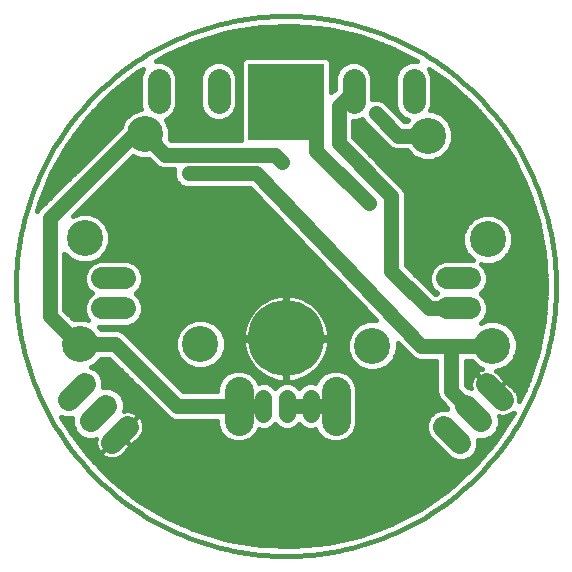
<source format=gtl>
G75*
%MOIN*%
%OFA0B0*%
%FSLAX25Y25*%
%IPPOS*%
%LPD*%
%AMOC8*
5,1,8,0,0,1.08239X$1,22.5*
%
%ADD10C,0.01600*%
%ADD11C,0.07400*%
%ADD12C,0.12000*%
%ADD13C,0.07600*%
%ADD14R,0.25400X0.25400*%
%ADD15C,0.25400*%
%ADD16C,0.09744*%
%ADD17C,0.05543*%
%ADD18C,0.05000*%
%ADD19OC8,0.03562*%
%ADD20OC8,0.09000*%
%ADD21R,0.03562X0.03562*%
D10*
X0033496Y0032614D02*
X0155192Y0032614D01*
X0156661Y0033949D02*
X0148427Y0026471D01*
X0139305Y0020107D01*
X0129444Y0014963D01*
X0119005Y0011121D01*
X0108162Y0008646D01*
X0097090Y0007578D01*
X0085974Y0007935D01*
X0074994Y0009710D01*
X0064331Y0012875D01*
X0054160Y0017377D01*
X0044649Y0023143D01*
X0035953Y0030078D01*
X0028215Y0038068D01*
X0021562Y0046981D01*
X0019406Y0050811D01*
X0020908Y0050189D01*
X0023092Y0050189D01*
X0023092Y0048004D01*
X0024021Y0045762D01*
X0025737Y0044046D01*
X0027979Y0043117D01*
X0030405Y0043117D01*
X0030879Y0043314D01*
X0030763Y0042579D01*
X0030763Y0041714D01*
X0030899Y0040858D01*
X0031166Y0040035D01*
X0031559Y0039264D01*
X0032068Y0038563D01*
X0032374Y0038257D01*
X0032680Y0037951D01*
X0033380Y0037442D01*
X0034152Y0037049D01*
X0034975Y0036782D01*
X0035830Y0036646D01*
X0036696Y0036646D01*
X0037551Y0036782D01*
X0038374Y0037049D01*
X0039146Y0037442D01*
X0039846Y0037951D01*
X0042768Y0040874D01*
X0038879Y0044763D01*
X0038879Y0044763D01*
X0032374Y0038257D01*
X0038879Y0044763D01*
X0045385Y0051268D01*
X0038880Y0044763D01*
X0038879Y0044763D01*
X0038880Y0044763D01*
X0042769Y0040874D01*
X0045691Y0043796D01*
X0046200Y0044496D01*
X0046593Y0045268D01*
X0046860Y0046091D01*
X0046996Y0046946D01*
X0046996Y0047812D01*
X0046860Y0048667D01*
X0046593Y0049490D01*
X0046200Y0050262D01*
X0045691Y0050962D01*
X0045385Y0051268D01*
X0045079Y0051574D01*
X0044378Y0052083D01*
X0043607Y0052476D01*
X0042784Y0052744D01*
X0041929Y0052879D01*
X0041063Y0052879D01*
X0040328Y0052763D01*
X0040525Y0053237D01*
X0040525Y0055663D01*
X0039596Y0057905D01*
X0037880Y0059621D01*
X0035638Y0060550D01*
X0033454Y0060550D01*
X0033454Y0062734D01*
X0032525Y0064976D01*
X0030809Y0066692D01*
X0029287Y0067323D01*
X0030529Y0067837D01*
X0032750Y0070058D01*
X0035404Y0070058D01*
X0053904Y0051558D01*
X0055283Y0050180D01*
X0057084Y0049434D01*
X0071253Y0049434D01*
X0071253Y0048015D01*
X0072360Y0045342D01*
X0074406Y0043297D01*
X0077078Y0042190D01*
X0079971Y0042190D01*
X0082644Y0043297D01*
X0084690Y0045342D01*
X0085218Y0046617D01*
X0085764Y0046390D01*
X0087821Y0046390D01*
X0089722Y0047178D01*
X0090730Y0048185D01*
X0091737Y0047178D01*
X0093638Y0046390D01*
X0095695Y0046390D01*
X0097596Y0047178D01*
X0098604Y0048185D01*
X0099611Y0047178D01*
X0101512Y0046390D01*
X0103569Y0046390D01*
X0104116Y0046617D01*
X0104643Y0045342D01*
X0106689Y0043297D01*
X0109362Y0042190D01*
X0112255Y0042190D01*
X0114928Y0043297D01*
X0116973Y0045342D01*
X0118080Y0048015D01*
X0118080Y0060652D01*
X0116973Y0063325D01*
X0114928Y0065371D01*
X0112255Y0066478D01*
X0109362Y0066478D01*
X0106689Y0065371D01*
X0104643Y0063325D01*
X0104116Y0062051D01*
X0103569Y0062277D01*
X0101512Y0062277D01*
X0099611Y0061490D01*
X0098604Y0060482D01*
X0097596Y0061490D01*
X0095695Y0062277D01*
X0093638Y0062277D01*
X0091737Y0061490D01*
X0090730Y0060482D01*
X0089722Y0061490D01*
X0087821Y0062277D01*
X0085764Y0062277D01*
X0085218Y0062051D01*
X0084690Y0063325D01*
X0082644Y0065371D01*
X0079971Y0066478D01*
X0077078Y0066478D01*
X0074406Y0065371D01*
X0072360Y0063325D01*
X0071253Y0060652D01*
X0071253Y0059234D01*
X0060088Y0059234D01*
X0041588Y0077734D01*
X0040210Y0079112D01*
X0038409Y0079858D01*
X0032750Y0079858D01*
X0031859Y0080748D01*
X0031895Y0080734D01*
X0041722Y0080734D01*
X0043964Y0081662D01*
X0045680Y0083378D01*
X0046608Y0085620D01*
X0046608Y0088047D01*
X0045680Y0090289D01*
X0044135Y0091834D01*
X0045680Y0093378D01*
X0046608Y0095620D01*
X0046608Y0098047D01*
X0045680Y0100289D01*
X0043964Y0102005D01*
X0041722Y0102934D01*
X0031895Y0102934D01*
X0029653Y0102005D01*
X0027937Y0100289D01*
X0027008Y0098047D01*
X0027008Y0095620D01*
X0027937Y0093378D01*
X0029482Y0091834D01*
X0027937Y0090289D01*
X0027008Y0088047D01*
X0027008Y0085620D01*
X0027937Y0083378D01*
X0028322Y0082993D01*
X0027441Y0083358D01*
X0024100Y0083358D01*
X0023650Y0083172D01*
X0020458Y0086363D01*
X0020458Y0105156D01*
X0022479Y0103135D01*
X0025566Y0101856D01*
X0028908Y0101856D01*
X0031995Y0103135D01*
X0034358Y0105498D01*
X0035637Y0108585D01*
X0035637Y0111927D01*
X0034358Y0115014D01*
X0031995Y0117377D01*
X0028908Y0118656D01*
X0025566Y0118656D01*
X0023422Y0117768D01*
X0043152Y0137497D01*
X0045566Y0136497D01*
X0048708Y0136497D01*
X0049897Y0135308D01*
X0051275Y0133930D01*
X0053076Y0133184D01*
X0057064Y0133184D01*
X0056908Y0132808D01*
X0056908Y0130859D01*
X0057654Y0129058D01*
X0059033Y0127680D01*
X0060834Y0126934D01*
X0082215Y0126934D01*
X0124391Y0082841D01*
X0121418Y0082841D01*
X0118331Y0081562D01*
X0115968Y0079199D01*
X0114689Y0076111D01*
X0114689Y0072770D01*
X0115968Y0069682D01*
X0118331Y0067319D01*
X0121418Y0066041D01*
X0124760Y0066041D01*
X0127847Y0067319D01*
X0130210Y0069682D01*
X0131489Y0072770D01*
X0131489Y0075420D01*
X0135133Y0071610D01*
X0135154Y0071558D01*
X0135805Y0070907D01*
X0136441Y0070242D01*
X0136493Y0070220D01*
X0136533Y0070180D01*
X0137383Y0069828D01*
X0138225Y0069457D01*
X0138281Y0069455D01*
X0138334Y0069434D01*
X0139254Y0069434D01*
X0140174Y0069413D01*
X0140227Y0069434D01*
X0144408Y0069434D01*
X0144408Y0058359D01*
X0145154Y0056558D01*
X0146533Y0055180D01*
X0148092Y0053620D01*
X0148092Y0053479D01*
X0145908Y0053479D01*
X0143666Y0052550D01*
X0141950Y0050834D01*
X0141021Y0048592D01*
X0141021Y0046166D01*
X0141950Y0043924D01*
X0148898Y0036975D01*
X0151140Y0036046D01*
X0153567Y0036046D01*
X0155809Y0036975D01*
X0157525Y0038691D01*
X0158454Y0040933D01*
X0158454Y0043117D01*
X0160638Y0043117D01*
X0162880Y0044046D01*
X0164596Y0045762D01*
X0165525Y0048004D01*
X0165525Y0050431D01*
X0165328Y0050905D01*
X0166063Y0050789D01*
X0166929Y0050789D01*
X0167784Y0050924D01*
X0168607Y0051191D01*
X0169378Y0051585D01*
X0170079Y0052093D01*
X0170138Y0052152D01*
X0169939Y0051739D01*
X0163871Y0042418D01*
X0156661Y0033949D01*
X0156886Y0034213D02*
X0031948Y0034213D01*
X0030400Y0035811D02*
X0158247Y0035811D01*
X0159608Y0037410D02*
X0156244Y0037410D01*
X0157656Y0039008D02*
X0160969Y0039008D01*
X0162329Y0040607D02*
X0158318Y0040607D01*
X0158454Y0042205D02*
X0163690Y0042205D01*
X0164773Y0043804D02*
X0162295Y0043804D01*
X0164236Y0045403D02*
X0165814Y0045403D01*
X0165109Y0047001D02*
X0166854Y0047001D01*
X0167895Y0048600D02*
X0165525Y0048600D01*
X0165525Y0050198D02*
X0168935Y0050198D01*
X0169670Y0051797D02*
X0169966Y0051797D01*
X0171996Y0056011D02*
X0171996Y0056721D01*
X0171860Y0057576D01*
X0171593Y0058400D01*
X0171200Y0059171D01*
X0170691Y0059872D01*
X0167768Y0062794D01*
X0164846Y0065716D01*
X0164400Y0066041D01*
X0164760Y0066041D01*
X0167847Y0067319D01*
X0170210Y0069682D01*
X0171489Y0072770D01*
X0171489Y0076111D01*
X0170210Y0079199D01*
X0167847Y0081562D01*
X0164760Y0082841D01*
X0161418Y0082841D01*
X0159239Y0081938D01*
X0160680Y0083378D01*
X0161608Y0085620D01*
X0161608Y0088047D01*
X0160680Y0090289D01*
X0159135Y0091834D01*
X0160680Y0093378D01*
X0161608Y0095620D01*
X0161608Y0098047D01*
X0160680Y0100289D01*
X0159302Y0101667D01*
X0159847Y0101441D01*
X0163189Y0101441D01*
X0166276Y0102720D01*
X0168639Y0105083D01*
X0169918Y0108170D01*
X0169918Y0111512D01*
X0168639Y0114599D01*
X0166276Y0116962D01*
X0163189Y0118241D01*
X0159847Y0118241D01*
X0156760Y0116962D01*
X0154397Y0114599D01*
X0153118Y0111512D01*
X0153118Y0108170D01*
X0154397Y0105083D01*
X0156546Y0102934D01*
X0146895Y0102934D01*
X0144653Y0102005D01*
X0142937Y0100289D01*
X0142008Y0098047D01*
X0142008Y0095620D01*
X0142937Y0093378D01*
X0144482Y0091834D01*
X0144382Y0091734D01*
X0143838Y0091734D01*
X0134208Y0101363D01*
X0134208Y0125308D01*
X0133462Y0127109D01*
X0116708Y0143863D01*
X0116708Y0149334D01*
X0118042Y0149334D01*
X0119747Y0150040D01*
X0120154Y0149058D01*
X0128884Y0140328D01*
X0130685Y0139582D01*
X0132635Y0139582D01*
X0134539Y0139582D01*
X0136760Y0137361D01*
X0139847Y0136082D01*
X0143189Y0136082D01*
X0146276Y0137361D01*
X0148639Y0139724D01*
X0149918Y0142811D01*
X0149918Y0146153D01*
X0148639Y0149240D01*
X0146276Y0151603D01*
X0143189Y0152882D01*
X0142421Y0152882D01*
X0143008Y0154301D01*
X0143008Y0164367D01*
X0142071Y0166631D01*
X0148427Y0162197D01*
X0156661Y0154719D01*
X0163871Y0146250D01*
X0169939Y0136928D01*
X0174765Y0126907D01*
X0178270Y0116351D01*
X0180396Y0105434D01*
X0181108Y0094334D01*
X0180396Y0083234D01*
X0180396Y0083234D01*
X0178270Y0072317D01*
X0174765Y0061761D01*
X0171996Y0056011D01*
X0171996Y0056592D02*
X0172276Y0056592D01*
X0171661Y0058191D02*
X0173045Y0058191D01*
X0173815Y0059789D02*
X0170751Y0059789D01*
X0169175Y0061388D02*
X0174585Y0061388D01*
X0175172Y0062986D02*
X0167576Y0062986D01*
X0167768Y0062794D02*
X0163879Y0058905D01*
X0157374Y0065410D01*
X0157068Y0065104D01*
X0156559Y0064404D01*
X0156166Y0063632D01*
X0155899Y0062809D01*
X0155763Y0061954D01*
X0155763Y0061088D01*
X0155879Y0060354D01*
X0155405Y0060550D01*
X0155022Y0060550D01*
X0154208Y0061363D01*
X0154208Y0069434D01*
X0156216Y0069434D01*
X0158331Y0067319D01*
X0159640Y0066777D01*
X0159152Y0066618D01*
X0158380Y0066225D01*
X0157680Y0065716D01*
X0157374Y0065410D01*
X0163879Y0058905D01*
X0163879Y0058905D01*
X0163880Y0058905D01*
X0167768Y0062794D01*
X0166362Y0061388D02*
X0166362Y0061388D01*
X0164764Y0059789D02*
X0164764Y0059789D01*
X0162995Y0059789D02*
X0162995Y0059789D01*
X0161397Y0061388D02*
X0161396Y0061388D01*
X0159798Y0062986D02*
X0159798Y0062986D01*
X0158200Y0064585D02*
X0158199Y0064585D01*
X0156691Y0064585D02*
X0154208Y0064585D01*
X0154208Y0066183D02*
X0158323Y0066183D01*
X0157868Y0067782D02*
X0154208Y0067782D01*
X0154208Y0069380D02*
X0156270Y0069380D01*
X0155956Y0062986D02*
X0154208Y0062986D01*
X0154208Y0061388D02*
X0155763Y0061388D01*
X0165104Y0066183D02*
X0176233Y0066183D01*
X0175702Y0064585D02*
X0165978Y0064585D01*
X0168309Y0067782D02*
X0176764Y0067782D01*
X0177295Y0069380D02*
X0169908Y0069380D01*
X0170747Y0070979D02*
X0177825Y0070979D01*
X0178320Y0072577D02*
X0171409Y0072577D01*
X0171489Y0074176D02*
X0178632Y0074176D01*
X0178943Y0075774D02*
X0171489Y0075774D01*
X0170966Y0077373D02*
X0179254Y0077373D01*
X0179566Y0078971D02*
X0170304Y0078971D01*
X0168839Y0080570D02*
X0179877Y0080570D01*
X0180188Y0082168D02*
X0166383Y0082168D01*
X0160841Y0083767D02*
X0180430Y0083767D01*
X0180533Y0085365D02*
X0161503Y0085365D01*
X0161608Y0086964D02*
X0180635Y0086964D01*
X0180738Y0088562D02*
X0161395Y0088562D01*
X0160733Y0090161D02*
X0180840Y0090161D01*
X0180943Y0091759D02*
X0159209Y0091759D01*
X0160659Y0093358D02*
X0181046Y0093358D01*
X0181068Y0094956D02*
X0161333Y0094956D01*
X0161608Y0096555D02*
X0180966Y0096555D01*
X0180863Y0098153D02*
X0161564Y0098153D01*
X0160902Y0099752D02*
X0180760Y0099752D01*
X0180658Y0101350D02*
X0159618Y0101350D01*
X0156531Y0102949D02*
X0134208Y0102949D01*
X0134208Y0104547D02*
X0154932Y0104547D01*
X0153957Y0106146D02*
X0134208Y0106146D01*
X0134208Y0107744D02*
X0153294Y0107744D01*
X0153118Y0109343D02*
X0134208Y0109343D01*
X0134208Y0110941D02*
X0153118Y0110941D01*
X0153544Y0112540D02*
X0134208Y0112540D01*
X0134208Y0114138D02*
X0154206Y0114138D01*
X0155535Y0115737D02*
X0134208Y0115737D01*
X0134208Y0117336D02*
X0157661Y0117336D01*
X0165375Y0117336D02*
X0177943Y0117336D01*
X0178389Y0115737D02*
X0167501Y0115737D01*
X0168830Y0114138D02*
X0178700Y0114138D01*
X0179012Y0112540D02*
X0169492Y0112540D01*
X0169918Y0110941D02*
X0179323Y0110941D01*
X0179634Y0109343D02*
X0169918Y0109343D01*
X0169742Y0107744D02*
X0179946Y0107744D01*
X0180257Y0106146D02*
X0169080Y0106146D01*
X0168104Y0104547D02*
X0180453Y0104547D01*
X0180555Y0102949D02*
X0166505Y0102949D01*
X0177412Y0118934D02*
X0134208Y0118934D01*
X0134208Y0120533D02*
X0176881Y0120533D01*
X0176350Y0122131D02*
X0134208Y0122131D01*
X0134208Y0123730D02*
X0175820Y0123730D01*
X0175289Y0125328D02*
X0134200Y0125328D01*
X0133538Y0126927D02*
X0174755Y0126927D01*
X0173985Y0128525D02*
X0132047Y0128525D01*
X0130448Y0130124D02*
X0173216Y0130124D01*
X0172446Y0131722D02*
X0128850Y0131722D01*
X0127251Y0133321D02*
X0171676Y0133321D01*
X0170906Y0134919D02*
X0125653Y0134919D01*
X0124054Y0136518D02*
X0138795Y0136518D01*
X0136005Y0138116D02*
X0122456Y0138116D01*
X0120857Y0139715D02*
X0130365Y0139715D01*
X0127899Y0141313D02*
X0119259Y0141313D01*
X0117660Y0142912D02*
X0126301Y0142912D01*
X0124702Y0144510D02*
X0116708Y0144510D01*
X0116708Y0146109D02*
X0123104Y0146109D01*
X0121505Y0147707D02*
X0116708Y0147707D01*
X0116708Y0149306D02*
X0120052Y0149306D01*
X0123008Y0156599D02*
X0123008Y0164367D01*
X0122064Y0166646D01*
X0120320Y0168390D01*
X0118042Y0169334D01*
X0115575Y0169334D01*
X0113296Y0168390D01*
X0111552Y0166646D01*
X0110608Y0164367D01*
X0110608Y0160063D01*
X0109408Y0158863D01*
X0109408Y0168751D01*
X0109043Y0169633D01*
X0108368Y0170309D01*
X0107486Y0170674D01*
X0081131Y0170674D01*
X0080249Y0170309D01*
X0079574Y0169633D01*
X0079208Y0168751D01*
X0079208Y0142984D01*
X0056080Y0142984D01*
X0055637Y0143427D01*
X0055637Y0146568D01*
X0054358Y0149655D01*
X0054200Y0149814D01*
X0055320Y0150278D01*
X0057064Y0152022D01*
X0058008Y0154301D01*
X0058008Y0164367D01*
X0057064Y0166646D01*
X0055320Y0168390D01*
X0053042Y0169334D01*
X0050932Y0169334D01*
X0054160Y0171291D01*
X0064331Y0175793D01*
X0074994Y0178958D01*
X0085974Y0180733D01*
X0097090Y0181089D01*
X0108162Y0180021D01*
X0119005Y0177546D01*
X0129444Y0173705D01*
X0137822Y0169334D01*
X0135575Y0169334D01*
X0133296Y0168390D01*
X0131552Y0166646D01*
X0130608Y0164367D01*
X0130608Y0154301D01*
X0131552Y0152022D01*
X0133296Y0150278D01*
X0134808Y0149651D01*
X0134539Y0149382D01*
X0133690Y0149382D01*
X0127084Y0155988D01*
X0125283Y0156734D01*
X0123334Y0156734D01*
X0123008Y0156599D01*
X0123008Y0157298D02*
X0130608Y0157298D01*
X0130608Y0155700D02*
X0127372Y0155700D01*
X0128970Y0154101D02*
X0130691Y0154101D01*
X0130569Y0152503D02*
X0131353Y0152503D01*
X0132167Y0150904D02*
X0132670Y0150904D01*
X0130608Y0158897D02*
X0123008Y0158897D01*
X0123008Y0160495D02*
X0130608Y0160495D01*
X0130608Y0162094D02*
X0123008Y0162094D01*
X0123008Y0163692D02*
X0130608Y0163692D01*
X0130991Y0165291D02*
X0122626Y0165291D01*
X0121821Y0166889D02*
X0131796Y0166889D01*
X0133533Y0168488D02*
X0120084Y0168488D01*
X0113533Y0168488D02*
X0109408Y0168488D01*
X0109408Y0166889D02*
X0111796Y0166889D01*
X0110991Y0165291D02*
X0109408Y0165291D01*
X0109408Y0163692D02*
X0110608Y0163692D01*
X0110608Y0162094D02*
X0109408Y0162094D01*
X0109408Y0160495D02*
X0110608Y0160495D01*
X0109442Y0158897D02*
X0109408Y0158897D01*
X0108590Y0170086D02*
X0136379Y0170086D01*
X0133315Y0171685D02*
X0055051Y0171685D01*
X0055084Y0168488D02*
X0068533Y0168488D01*
X0068296Y0168390D02*
X0066552Y0166646D01*
X0065608Y0164367D01*
X0065608Y0154301D01*
X0066552Y0152022D01*
X0068296Y0150278D01*
X0070575Y0149334D01*
X0073042Y0149334D01*
X0075320Y0150278D01*
X0077064Y0152022D01*
X0078008Y0154301D01*
X0078008Y0164367D01*
X0077064Y0166646D01*
X0075320Y0168390D01*
X0073042Y0169334D01*
X0070575Y0169334D01*
X0068296Y0168390D01*
X0066796Y0166889D02*
X0056821Y0166889D01*
X0057626Y0165291D02*
X0065991Y0165291D01*
X0065608Y0163692D02*
X0058008Y0163692D01*
X0058008Y0162094D02*
X0065608Y0162094D01*
X0065608Y0160495D02*
X0058008Y0160495D01*
X0058008Y0158897D02*
X0065608Y0158897D01*
X0065608Y0157298D02*
X0058008Y0157298D01*
X0058008Y0155700D02*
X0065608Y0155700D01*
X0065691Y0154101D02*
X0057926Y0154101D01*
X0057264Y0152503D02*
X0066353Y0152503D01*
X0067670Y0150904D02*
X0055947Y0150904D01*
X0054503Y0149306D02*
X0079208Y0149306D01*
X0079208Y0150904D02*
X0075947Y0150904D01*
X0077264Y0152503D02*
X0079208Y0152503D01*
X0079208Y0154101D02*
X0077926Y0154101D01*
X0078008Y0155700D02*
X0079208Y0155700D01*
X0079208Y0157298D02*
X0078008Y0157298D01*
X0078008Y0158897D02*
X0079208Y0158897D01*
X0079208Y0160495D02*
X0078008Y0160495D01*
X0078008Y0162094D02*
X0079208Y0162094D01*
X0079208Y0163692D02*
X0078008Y0163692D01*
X0077626Y0165291D02*
X0079208Y0165291D01*
X0079208Y0166889D02*
X0076821Y0166889D01*
X0075084Y0168488D02*
X0079208Y0168488D01*
X0080027Y0170086D02*
X0052174Y0170086D01*
X0046636Y0166729D02*
X0046552Y0166646D01*
X0045608Y0164367D01*
X0045608Y0154301D01*
X0046024Y0153297D01*
X0045566Y0153297D01*
X0042479Y0152018D01*
X0040116Y0149655D01*
X0039173Y0147378D01*
X0011404Y0119609D01*
X0011354Y0119489D01*
X0011930Y0121685D01*
X0016104Y0131995D01*
X0021562Y0141686D01*
X0028215Y0150600D01*
X0035953Y0158590D01*
X0044649Y0165525D01*
X0046636Y0166729D01*
X0045991Y0165291D02*
X0044355Y0165291D01*
X0045608Y0163692D02*
X0042351Y0163692D01*
X0040346Y0162094D02*
X0045608Y0162094D01*
X0045608Y0160495D02*
X0038342Y0160495D01*
X0036337Y0158897D02*
X0045608Y0158897D01*
X0045608Y0157298D02*
X0034702Y0157298D01*
X0033154Y0155700D02*
X0045608Y0155700D01*
X0045691Y0154101D02*
X0031606Y0154101D01*
X0030058Y0152503D02*
X0043649Y0152503D01*
X0041365Y0150904D02*
X0028509Y0150904D01*
X0027249Y0149306D02*
X0039971Y0149306D01*
X0039309Y0147707D02*
X0026056Y0147707D01*
X0024863Y0146109D02*
X0037904Y0146109D01*
X0036305Y0144510D02*
X0023670Y0144510D01*
X0022477Y0142912D02*
X0034707Y0142912D01*
X0033108Y0141313D02*
X0021352Y0141313D01*
X0020452Y0139715D02*
X0031510Y0139715D01*
X0029911Y0138116D02*
X0019552Y0138116D01*
X0018651Y0136518D02*
X0028313Y0136518D01*
X0026714Y0134919D02*
X0017751Y0134919D01*
X0016851Y0133321D02*
X0025116Y0133321D01*
X0023517Y0131722D02*
X0015994Y0131722D01*
X0015347Y0130124D02*
X0021919Y0130124D01*
X0020320Y0128525D02*
X0014699Y0128525D01*
X0014052Y0126927D02*
X0018722Y0126927D01*
X0017123Y0125328D02*
X0013405Y0125328D01*
X0012758Y0123730D02*
X0015524Y0123730D01*
X0013926Y0122131D02*
X0012111Y0122131D01*
X0012327Y0120533D02*
X0011628Y0120533D01*
X0024588Y0118934D02*
X0089867Y0118934D01*
X0091396Y0117336D02*
X0032037Y0117336D01*
X0033636Y0115737D02*
X0092925Y0115737D01*
X0094454Y0114138D02*
X0034721Y0114138D01*
X0035383Y0112540D02*
X0095983Y0112540D01*
X0097512Y0110941D02*
X0035637Y0110941D01*
X0035637Y0109343D02*
X0099041Y0109343D01*
X0100570Y0107744D02*
X0035289Y0107744D01*
X0034627Y0106146D02*
X0102099Y0106146D01*
X0103628Y0104547D02*
X0033408Y0104547D01*
X0031546Y0102949D02*
X0105157Y0102949D01*
X0106686Y0101350D02*
X0044618Y0101350D01*
X0045902Y0099752D02*
X0108215Y0099752D01*
X0109744Y0098153D02*
X0046564Y0098153D01*
X0046608Y0096555D02*
X0111273Y0096555D01*
X0112802Y0094956D02*
X0046333Y0094956D01*
X0045659Y0093358D02*
X0114331Y0093358D01*
X0115860Y0091759D02*
X0044209Y0091759D01*
X0045733Y0090161D02*
X0088592Y0090161D01*
X0088101Y0089957D02*
X0086845Y0089286D01*
X0085660Y0088494D01*
X0084559Y0087591D01*
X0083552Y0086583D01*
X0082648Y0085482D01*
X0081856Y0084297D01*
X0081185Y0083041D01*
X0080639Y0081725D01*
X0080226Y0080361D01*
X0079948Y0078964D01*
X0079808Y0077546D01*
X0079808Y0077313D01*
X0093829Y0077313D01*
X0093829Y0076354D01*
X0094788Y0076354D01*
X0094788Y0062334D01*
X0095021Y0062334D01*
X0096438Y0062473D01*
X0097836Y0062751D01*
X0099199Y0063165D01*
X0100515Y0063710D01*
X0101772Y0064382D01*
X0102956Y0065173D01*
X0104058Y0066077D01*
X0105065Y0067084D01*
X0105969Y0068186D01*
X0106760Y0069370D01*
X0107432Y0070627D01*
X0107977Y0071943D01*
X0108391Y0073306D01*
X0108669Y0074704D01*
X0108808Y0076121D01*
X0108808Y0076354D01*
X0094788Y0076354D01*
X0094788Y0077313D01*
X0108808Y0077313D01*
X0108808Y0077546D01*
X0108669Y0078964D01*
X0108391Y0080361D01*
X0107977Y0081725D01*
X0107432Y0083041D01*
X0106760Y0084297D01*
X0105969Y0085482D01*
X0105065Y0086583D01*
X0104058Y0087591D01*
X0102956Y0088494D01*
X0101772Y0089286D01*
X0100515Y0089957D01*
X0099199Y0090503D01*
X0097836Y0090916D01*
X0096438Y0091194D01*
X0095021Y0091334D01*
X0094788Y0091334D01*
X0094788Y0077313D01*
X0093829Y0077313D01*
X0093829Y0091334D01*
X0093596Y0091334D01*
X0092178Y0091194D01*
X0090781Y0090916D01*
X0089418Y0090503D01*
X0088101Y0089957D01*
X0085762Y0088562D02*
X0046395Y0088562D01*
X0046608Y0086964D02*
X0083932Y0086964D01*
X0082570Y0085365D02*
X0046503Y0085365D01*
X0045841Y0083767D02*
X0081573Y0083767D01*
X0080823Y0082168D02*
X0070314Y0082168D01*
X0070529Y0082079D02*
X0067441Y0083358D01*
X0064100Y0083358D01*
X0061012Y0082079D01*
X0058649Y0079716D01*
X0057370Y0076629D01*
X0057370Y0073287D01*
X0058649Y0070200D01*
X0061012Y0067837D01*
X0064100Y0066558D01*
X0067441Y0066558D01*
X0070529Y0067837D01*
X0072892Y0070200D01*
X0074170Y0073287D01*
X0074170Y0076629D01*
X0072892Y0079716D01*
X0070529Y0082079D01*
X0072038Y0080570D02*
X0080289Y0080570D01*
X0079949Y0078971D02*
X0073200Y0078971D01*
X0073862Y0077373D02*
X0079808Y0077373D01*
X0079808Y0076354D02*
X0079808Y0076121D01*
X0079948Y0074704D01*
X0080226Y0073306D01*
X0080639Y0071943D01*
X0081185Y0070627D01*
X0081856Y0069370D01*
X0082648Y0068186D01*
X0083552Y0067084D01*
X0084559Y0066077D01*
X0085660Y0065173D01*
X0086845Y0064382D01*
X0088101Y0063710D01*
X0089418Y0063165D01*
X0090781Y0062751D01*
X0092178Y0062473D01*
X0093596Y0062334D01*
X0093829Y0062334D01*
X0093829Y0076354D01*
X0079808Y0076354D01*
X0079843Y0075774D02*
X0074170Y0075774D01*
X0074170Y0074176D02*
X0080053Y0074176D01*
X0080447Y0072577D02*
X0073876Y0072577D01*
X0073214Y0070979D02*
X0081039Y0070979D01*
X0081851Y0069380D02*
X0072072Y0069380D01*
X0070395Y0067782D02*
X0082979Y0067782D01*
X0084453Y0066183D02*
X0080683Y0066183D01*
X0083430Y0064585D02*
X0086541Y0064585D01*
X0084830Y0062986D02*
X0090007Y0062986D01*
X0089824Y0061388D02*
X0091635Y0061388D01*
X0093829Y0062986D02*
X0094788Y0062986D01*
X0094788Y0064585D02*
X0093829Y0064585D01*
X0093829Y0066183D02*
X0094788Y0066183D01*
X0094788Y0067782D02*
X0093829Y0067782D01*
X0093829Y0069380D02*
X0094788Y0069380D01*
X0094788Y0070979D02*
X0093829Y0070979D01*
X0093829Y0072577D02*
X0094788Y0072577D01*
X0094788Y0074176D02*
X0093829Y0074176D01*
X0093829Y0075774D02*
X0094788Y0075774D01*
X0094788Y0077373D02*
X0093829Y0077373D01*
X0093829Y0078971D02*
X0094788Y0078971D01*
X0094788Y0080570D02*
X0093829Y0080570D01*
X0093829Y0082168D02*
X0094788Y0082168D01*
X0094788Y0083767D02*
X0093829Y0083767D01*
X0093829Y0085365D02*
X0094788Y0085365D01*
X0094788Y0086964D02*
X0093829Y0086964D01*
X0093829Y0088562D02*
X0094788Y0088562D01*
X0094788Y0090161D02*
X0093829Y0090161D01*
X0004308Y0094334D02*
X0004335Y0096543D01*
X0004416Y0098750D01*
X0004552Y0100955D01*
X0004741Y0103156D01*
X0004985Y0105351D01*
X0005282Y0107540D01*
X0005633Y0109721D01*
X0006037Y0111892D01*
X0006495Y0114053D01*
X0007005Y0116202D01*
X0007568Y0118338D01*
X0008183Y0120460D01*
X0008850Y0122565D01*
X0009569Y0124654D01*
X0010339Y0126725D01*
X0011159Y0128776D01*
X0012029Y0130806D01*
X0012949Y0132814D01*
X0013918Y0134799D01*
X0014935Y0136760D01*
X0016000Y0138695D01*
X0017112Y0140603D01*
X0018271Y0142484D01*
X0019476Y0144335D01*
X0020725Y0146157D01*
X0022019Y0147947D01*
X0023357Y0149705D01*
X0024737Y0151429D01*
X0026159Y0153120D01*
X0027622Y0154774D01*
X0029126Y0156393D01*
X0030668Y0157974D01*
X0032249Y0159516D01*
X0033868Y0161020D01*
X0035522Y0162483D01*
X0037213Y0163905D01*
X0038937Y0165285D01*
X0040695Y0166623D01*
X0042485Y0167917D01*
X0044307Y0169166D01*
X0046158Y0170371D01*
X0048039Y0171530D01*
X0049947Y0172642D01*
X0051882Y0173707D01*
X0053843Y0174724D01*
X0055828Y0175693D01*
X0057836Y0176613D01*
X0059866Y0177483D01*
X0061917Y0178303D01*
X0063988Y0179073D01*
X0066077Y0179792D01*
X0068182Y0180459D01*
X0070304Y0181074D01*
X0072440Y0181637D01*
X0074589Y0182147D01*
X0076750Y0182605D01*
X0078921Y0183009D01*
X0081102Y0183360D01*
X0083291Y0183657D01*
X0085486Y0183901D01*
X0087687Y0184090D01*
X0089892Y0184226D01*
X0092099Y0184307D01*
X0094308Y0184334D01*
X0096517Y0184307D01*
X0098724Y0184226D01*
X0100929Y0184090D01*
X0103130Y0183901D01*
X0105325Y0183657D01*
X0107514Y0183360D01*
X0109695Y0183009D01*
X0111866Y0182605D01*
X0114027Y0182147D01*
X0116176Y0181637D01*
X0118312Y0181074D01*
X0120434Y0180459D01*
X0122539Y0179792D01*
X0124628Y0179073D01*
X0126699Y0178303D01*
X0128750Y0177483D01*
X0130780Y0176613D01*
X0132788Y0175693D01*
X0134773Y0174724D01*
X0136734Y0173707D01*
X0138669Y0172642D01*
X0140577Y0171530D01*
X0142458Y0170371D01*
X0144309Y0169166D01*
X0146131Y0167917D01*
X0147921Y0166623D01*
X0149679Y0165285D01*
X0151403Y0163905D01*
X0153094Y0162483D01*
X0154748Y0161020D01*
X0156367Y0159516D01*
X0157948Y0157974D01*
X0159490Y0156393D01*
X0160994Y0154774D01*
X0162457Y0153120D01*
X0163879Y0151429D01*
X0165259Y0149705D01*
X0166597Y0147947D01*
X0167891Y0146157D01*
X0169140Y0144335D01*
X0170345Y0142484D01*
X0171504Y0140603D01*
X0172616Y0138695D01*
X0173681Y0136760D01*
X0174698Y0134799D01*
X0175667Y0132814D01*
X0176587Y0130806D01*
X0177457Y0128776D01*
X0178277Y0126725D01*
X0179047Y0124654D01*
X0179766Y0122565D01*
X0180433Y0120460D01*
X0181048Y0118338D01*
X0181611Y0116202D01*
X0182121Y0114053D01*
X0182579Y0111892D01*
X0182983Y0109721D01*
X0183334Y0107540D01*
X0183631Y0105351D01*
X0183875Y0103156D01*
X0184064Y0100955D01*
X0184200Y0098750D01*
X0184281Y0096543D01*
X0184308Y0094334D01*
X0184281Y0092125D01*
X0184200Y0089918D01*
X0184064Y0087713D01*
X0183875Y0085512D01*
X0183631Y0083317D01*
X0183334Y0081128D01*
X0182983Y0078947D01*
X0182579Y0076776D01*
X0182121Y0074615D01*
X0181611Y0072466D01*
X0181048Y0070330D01*
X0180433Y0068208D01*
X0179766Y0066103D01*
X0179047Y0064014D01*
X0178277Y0061943D01*
X0177457Y0059892D01*
X0176587Y0057862D01*
X0175667Y0055854D01*
X0174698Y0053869D01*
X0173681Y0051908D01*
X0172616Y0049973D01*
X0171504Y0048065D01*
X0170345Y0046184D01*
X0169140Y0044333D01*
X0167891Y0042511D01*
X0166597Y0040721D01*
X0165259Y0038963D01*
X0163879Y0037239D01*
X0162457Y0035548D01*
X0160994Y0033894D01*
X0159490Y0032275D01*
X0157948Y0030694D01*
X0156367Y0029152D01*
X0154748Y0027648D01*
X0153094Y0026185D01*
X0151403Y0024763D01*
X0149679Y0023383D01*
X0147921Y0022045D01*
X0146131Y0020751D01*
X0144309Y0019502D01*
X0142458Y0018297D01*
X0140577Y0017138D01*
X0138669Y0016026D01*
X0136734Y0014961D01*
X0134773Y0013944D01*
X0132788Y0012975D01*
X0130780Y0012055D01*
X0128750Y0011185D01*
X0126699Y0010365D01*
X0124628Y0009595D01*
X0122539Y0008876D01*
X0120434Y0008209D01*
X0118312Y0007594D01*
X0116176Y0007031D01*
X0114027Y0006521D01*
X0111866Y0006063D01*
X0109695Y0005659D01*
X0107514Y0005308D01*
X0105325Y0005011D01*
X0103130Y0004767D01*
X0100929Y0004578D01*
X0098724Y0004442D01*
X0096517Y0004361D01*
X0094308Y0004334D01*
X0092099Y0004361D01*
X0089892Y0004442D01*
X0087687Y0004578D01*
X0085486Y0004767D01*
X0083291Y0005011D01*
X0081102Y0005308D01*
X0078921Y0005659D01*
X0076750Y0006063D01*
X0074589Y0006521D01*
X0072440Y0007031D01*
X0070304Y0007594D01*
X0068182Y0008209D01*
X0066077Y0008876D01*
X0063988Y0009595D01*
X0061917Y0010365D01*
X0059866Y0011185D01*
X0057836Y0012055D01*
X0055828Y0012975D01*
X0053843Y0013944D01*
X0051882Y0014961D01*
X0049947Y0016026D01*
X0048039Y0017138D01*
X0046158Y0018297D01*
X0044307Y0019502D01*
X0042485Y0020751D01*
X0040695Y0022045D01*
X0038937Y0023383D01*
X0037213Y0024763D01*
X0035522Y0026185D01*
X0033868Y0027648D01*
X0032249Y0029152D01*
X0030668Y0030694D01*
X0029126Y0032275D01*
X0027622Y0033894D01*
X0026159Y0035548D01*
X0024737Y0037239D01*
X0023357Y0038963D01*
X0022019Y0040721D01*
X0020725Y0042511D01*
X0019476Y0044333D01*
X0018271Y0046184D01*
X0017112Y0048065D01*
X0016000Y0049973D01*
X0014935Y0051908D01*
X0013918Y0053869D01*
X0012949Y0055854D01*
X0012029Y0057862D01*
X0011159Y0059892D01*
X0010339Y0061943D01*
X0009569Y0064014D01*
X0008850Y0066103D01*
X0008183Y0068208D01*
X0007568Y0070330D01*
X0007005Y0072466D01*
X0006495Y0074615D01*
X0006037Y0076776D01*
X0005633Y0078947D01*
X0005282Y0081128D01*
X0004985Y0083317D01*
X0004741Y0085512D01*
X0004552Y0087713D01*
X0004416Y0089918D01*
X0004335Y0092125D01*
X0004308Y0094334D01*
X0020458Y0094956D02*
X0027283Y0094956D01*
X0027008Y0096555D02*
X0020458Y0096555D01*
X0020458Y0098153D02*
X0027052Y0098153D01*
X0027714Y0099752D02*
X0020458Y0099752D01*
X0020458Y0101350D02*
X0028998Y0101350D01*
X0022928Y0102949D02*
X0020458Y0102949D01*
X0020458Y0104547D02*
X0021067Y0104547D01*
X0020458Y0093358D02*
X0027958Y0093358D01*
X0029407Y0091759D02*
X0020458Y0091759D01*
X0020458Y0090161D02*
X0027884Y0090161D01*
X0027222Y0088562D02*
X0020458Y0088562D01*
X0020458Y0086964D02*
X0027008Y0086964D01*
X0027114Y0085365D02*
X0021456Y0085365D01*
X0023055Y0083767D02*
X0027776Y0083767D01*
X0032038Y0080570D02*
X0059503Y0080570D01*
X0058341Y0078971D02*
X0040350Y0078971D01*
X0041588Y0077734D02*
X0041588Y0077734D01*
X0041949Y0077373D02*
X0057679Y0077373D01*
X0057370Y0075774D02*
X0043548Y0075774D01*
X0045146Y0074176D02*
X0057370Y0074176D01*
X0057665Y0072577D02*
X0046745Y0072577D01*
X0048343Y0070979D02*
X0058327Y0070979D01*
X0059469Y0069380D02*
X0049942Y0069380D01*
X0051540Y0067782D02*
X0061146Y0067782D01*
X0056336Y0062986D02*
X0072220Y0062986D01*
X0071557Y0061388D02*
X0057934Y0061388D01*
X0059533Y0059789D02*
X0071253Y0059789D01*
X0073619Y0064585D02*
X0054737Y0064585D01*
X0053139Y0066183D02*
X0076367Y0066183D01*
X0061227Y0082168D02*
X0044470Y0082168D01*
X0036082Y0069380D02*
X0032072Y0069380D01*
X0030395Y0067782D02*
X0037681Y0067782D01*
X0039279Y0066183D02*
X0031318Y0066183D01*
X0032687Y0064585D02*
X0040878Y0064585D01*
X0042476Y0062986D02*
X0033349Y0062986D01*
X0033454Y0061388D02*
X0044075Y0061388D01*
X0045673Y0059789D02*
X0037475Y0059789D01*
X0039311Y0058191D02*
X0047272Y0058191D01*
X0048870Y0056592D02*
X0040140Y0056592D01*
X0040525Y0054994D02*
X0050469Y0054994D01*
X0052067Y0053395D02*
X0040525Y0053395D01*
X0044773Y0051797D02*
X0053666Y0051797D01*
X0055264Y0050198D02*
X0046232Y0050198D01*
X0046871Y0048600D02*
X0071253Y0048600D01*
X0071673Y0047001D02*
X0046996Y0047001D01*
X0046637Y0045403D02*
X0072335Y0045403D01*
X0073898Y0043804D02*
X0045697Y0043804D01*
X0044100Y0042205D02*
X0077040Y0042205D01*
X0080010Y0042205D02*
X0109324Y0042205D01*
X0106182Y0043804D02*
X0083151Y0043804D01*
X0084715Y0045403D02*
X0104618Y0045403D01*
X0100038Y0047001D02*
X0097169Y0047001D01*
X0092164Y0047001D02*
X0089295Y0047001D01*
X0097698Y0061388D02*
X0099509Y0061388D01*
X0098610Y0062986D02*
X0104503Y0062986D01*
X0105903Y0064585D02*
X0102076Y0064585D01*
X0104164Y0066183D02*
X0108650Y0066183D01*
X0105637Y0067782D02*
X0117868Y0067782D01*
X0116270Y0069380D02*
X0106766Y0069380D01*
X0107578Y0070979D02*
X0115431Y0070979D01*
X0114769Y0072577D02*
X0108170Y0072577D01*
X0108564Y0074176D02*
X0114689Y0074176D01*
X0114689Y0075774D02*
X0108774Y0075774D01*
X0108808Y0077373D02*
X0115211Y0077373D01*
X0115873Y0078971D02*
X0108667Y0078971D01*
X0108327Y0080570D02*
X0117339Y0080570D01*
X0119795Y0082168D02*
X0107793Y0082168D01*
X0107044Y0083767D02*
X0123505Y0083767D01*
X0121976Y0085365D02*
X0106047Y0085365D01*
X0104684Y0086964D02*
X0120447Y0086964D01*
X0118918Y0088562D02*
X0102855Y0088562D01*
X0100024Y0090161D02*
X0117389Y0090161D01*
X0131489Y0074176D02*
X0132679Y0074176D01*
X0131409Y0072577D02*
X0134208Y0072577D01*
X0135734Y0070979D02*
X0130747Y0070979D01*
X0129908Y0069380D02*
X0144408Y0069380D01*
X0144408Y0067782D02*
X0128309Y0067782D01*
X0125104Y0066183D02*
X0144408Y0066183D01*
X0144408Y0064585D02*
X0115714Y0064585D01*
X0117114Y0062986D02*
X0144408Y0062986D01*
X0144408Y0061388D02*
X0117776Y0061388D01*
X0118080Y0059789D02*
X0144408Y0059789D01*
X0144478Y0058191D02*
X0118080Y0058191D01*
X0118080Y0056592D02*
X0145140Y0056592D01*
X0146719Y0054994D02*
X0118080Y0054994D01*
X0118080Y0053395D02*
X0145705Y0053395D01*
X0142912Y0051797D02*
X0118080Y0051797D01*
X0118080Y0050198D02*
X0141686Y0050198D01*
X0141024Y0048600D02*
X0118080Y0048600D01*
X0117660Y0047001D02*
X0141021Y0047001D01*
X0141337Y0045403D02*
X0116998Y0045403D01*
X0115435Y0043804D02*
X0142069Y0043804D01*
X0143668Y0042205D02*
X0112293Y0042205D01*
X0112966Y0066183D02*
X0121074Y0066183D01*
X0143812Y0091759D02*
X0144407Y0091759D01*
X0142958Y0093358D02*
X0142214Y0093358D01*
X0142283Y0094956D02*
X0140615Y0094956D01*
X0142008Y0096555D02*
X0139017Y0096555D01*
X0137418Y0098153D02*
X0142052Y0098153D01*
X0142714Y0099752D02*
X0135820Y0099752D01*
X0134221Y0101350D02*
X0143998Y0101350D01*
X0159470Y0082168D02*
X0159795Y0082168D01*
X0145266Y0040607D02*
X0042502Y0040607D01*
X0041437Y0042205D02*
X0041437Y0042205D01*
X0039838Y0043804D02*
X0039838Y0043804D01*
X0039519Y0045403D02*
X0039519Y0045403D01*
X0041118Y0047001D02*
X0041118Y0047001D01*
X0042716Y0048600D02*
X0042716Y0048600D01*
X0044315Y0050198D02*
X0044315Y0050198D01*
X0037921Y0043804D02*
X0037921Y0043804D01*
X0036322Y0042205D02*
X0036322Y0042205D01*
X0034724Y0040607D02*
X0034724Y0040607D01*
X0033125Y0039008D02*
X0033125Y0039008D01*
X0031745Y0039008D02*
X0027513Y0039008D01*
X0026320Y0040607D02*
X0030980Y0040607D01*
X0030763Y0042205D02*
X0025127Y0042205D01*
X0023934Y0043804D02*
X0026321Y0043804D01*
X0024380Y0045403D02*
X0022741Y0045403D01*
X0023508Y0047001D02*
X0021551Y0047001D01*
X0020651Y0048600D02*
X0023092Y0048600D01*
X0020885Y0050198D02*
X0019751Y0050198D01*
X0028852Y0037410D02*
X0033444Y0037410D01*
X0039082Y0037410D02*
X0148463Y0037410D01*
X0146865Y0039008D02*
X0040903Y0039008D01*
X0035044Y0031016D02*
X0153432Y0031016D01*
X0151672Y0029417D02*
X0036781Y0029417D01*
X0038785Y0027819D02*
X0149912Y0027819D01*
X0148068Y0026220D02*
X0040789Y0026220D01*
X0042794Y0024622D02*
X0145777Y0024622D01*
X0143485Y0023023D02*
X0044846Y0023023D01*
X0047483Y0021425D02*
X0141194Y0021425D01*
X0138766Y0019826D02*
X0050119Y0019826D01*
X0052756Y0018228D02*
X0135702Y0018228D01*
X0132638Y0016629D02*
X0055849Y0016629D01*
X0059460Y0015031D02*
X0129574Y0015031D01*
X0125285Y0013432D02*
X0063071Y0013432D01*
X0067838Y0011834D02*
X0120941Y0011834D01*
X0115123Y0010235D02*
X0073224Y0010235D01*
X0081632Y0008637D02*
X0108062Y0008637D01*
X0088338Y0120533D02*
X0026187Y0120533D01*
X0027785Y0122131D02*
X0086809Y0122131D01*
X0085279Y0123730D02*
X0029384Y0123730D01*
X0030982Y0125328D02*
X0083750Y0125328D01*
X0082221Y0126927D02*
X0032581Y0126927D01*
X0034179Y0128525D02*
X0058187Y0128525D01*
X0057213Y0130124D02*
X0035778Y0130124D01*
X0037376Y0131722D02*
X0056908Y0131722D01*
X0052746Y0133321D02*
X0038975Y0133321D01*
X0040573Y0134919D02*
X0050286Y0134919D01*
X0045517Y0136518D02*
X0042172Y0136518D01*
X0055637Y0144510D02*
X0079208Y0144510D01*
X0079208Y0146109D02*
X0055637Y0146109D01*
X0055165Y0147707D02*
X0079208Y0147707D01*
X0058662Y0173283D02*
X0130251Y0173283D01*
X0126245Y0174882D02*
X0062273Y0174882D01*
X0066647Y0176480D02*
X0121901Y0176480D01*
X0116671Y0178079D02*
X0072033Y0178079D01*
X0079447Y0179677D02*
X0109667Y0179677D01*
X0142626Y0165291D02*
X0143992Y0165291D01*
X0143008Y0163692D02*
X0146283Y0163692D01*
X0148541Y0162094D02*
X0143008Y0162094D01*
X0143008Y0160495D02*
X0150301Y0160495D01*
X0152061Y0158897D02*
X0143008Y0158897D01*
X0143008Y0157298D02*
X0153821Y0157298D01*
X0155581Y0155700D02*
X0143008Y0155700D01*
X0142926Y0154101D02*
X0157187Y0154101D01*
X0158548Y0152503D02*
X0144104Y0152503D01*
X0146975Y0150904D02*
X0159909Y0150904D01*
X0161269Y0149306D02*
X0148574Y0149306D01*
X0149274Y0147707D02*
X0162630Y0147707D01*
X0163963Y0146109D02*
X0149918Y0146109D01*
X0149918Y0144510D02*
X0165003Y0144510D01*
X0166044Y0142912D02*
X0149918Y0142912D01*
X0149298Y0141313D02*
X0167084Y0141313D01*
X0168125Y0139715D02*
X0148630Y0139715D01*
X0147032Y0138116D02*
X0169165Y0138116D01*
X0170136Y0136518D02*
X0144241Y0136518D01*
D11*
X0148108Y0096834D02*
X0155508Y0096834D01*
X0155508Y0086834D02*
X0148108Y0086834D01*
X0161263Y0061521D02*
X0166496Y0056289D01*
X0159425Y0049217D02*
X0154192Y0054450D01*
X0147121Y0047379D02*
X0152354Y0042146D01*
X0041496Y0047379D02*
X0036263Y0042146D01*
X0029192Y0049217D02*
X0034425Y0054450D01*
X0027354Y0061521D02*
X0022121Y0056289D01*
X0033108Y0086834D02*
X0040508Y0086834D01*
X0040508Y0096834D02*
X0033108Y0096834D01*
D12*
X0027237Y0110256D03*
X0047237Y0144897D03*
X0065770Y0074958D03*
X0025770Y0074958D03*
X0123089Y0074441D03*
X0161518Y0109841D03*
X0141518Y0144482D03*
X0163089Y0074441D03*
D13*
X0136808Y0155534D02*
X0136808Y0163134D01*
X0116808Y0163134D02*
X0116808Y0155534D01*
X0071808Y0155534D02*
X0071808Y0163134D01*
X0051808Y0163134D02*
X0051808Y0155534D01*
D14*
X0094308Y0155574D03*
D15*
X0094308Y0076834D03*
D16*
X0078525Y0059206D02*
X0078525Y0049462D01*
X0110808Y0049462D02*
X0110808Y0059206D01*
D17*
X0102541Y0057105D02*
X0102541Y0051562D01*
X0094667Y0051562D02*
X0094667Y0057105D01*
X0086793Y0057105D02*
X0086793Y0051562D01*
D18*
X0086793Y0054334D02*
X0078525Y0054334D01*
X0058058Y0054334D01*
X0037434Y0074958D01*
X0025770Y0074958D01*
X0024934Y0074958D01*
X0015558Y0084334D01*
X0015558Y0116834D01*
X0043622Y0144897D01*
X0047237Y0144897D01*
X0054051Y0138084D01*
X0090558Y0138084D01*
X0093058Y0135584D01*
X0084308Y0131834D02*
X0061808Y0131834D01*
X0084308Y0131834D02*
X0139308Y0074334D01*
X0149308Y0074334D01*
X0149308Y0059334D01*
X0156808Y0051834D01*
X0160482Y0074334D02*
X0149308Y0074334D01*
X0160482Y0074334D02*
X0163089Y0074441D01*
X0151808Y0086834D02*
X0141808Y0086834D01*
X0129308Y0099334D01*
X0129308Y0124334D01*
X0111808Y0141834D01*
X0111808Y0154334D01*
X0116808Y0159334D01*
X0124308Y0151834D02*
X0131660Y0144482D01*
X0141518Y0144482D01*
X0121808Y0121834D02*
X0104298Y0139344D01*
X0104298Y0145584D01*
X0104308Y0145584D01*
X0104298Y0145584D02*
X0094308Y0155574D01*
X0094667Y0054334D02*
X0102541Y0054334D01*
X0110808Y0054334D01*
X0111808Y0054334D01*
D19*
X0121808Y0059334D03*
X0126808Y0061834D03*
X0131808Y0061834D03*
X0136808Y0059334D03*
X0174308Y0113084D03*
X0124308Y0151834D03*
X0094308Y0175584D03*
X0093058Y0135584D03*
X0121808Y0121834D03*
X0061808Y0131834D03*
X0051808Y0128084D03*
X0015558Y0128084D03*
D20*
X0121808Y0049334D03*
X0136808Y0049334D03*
D21*
X0129308Y0054334D03*
M02*

</source>
